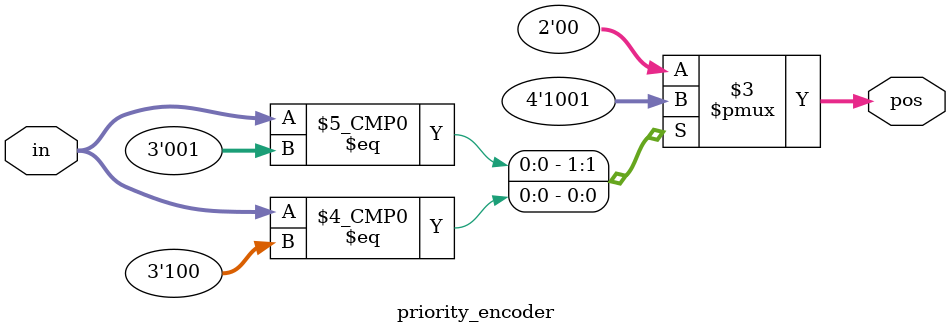
<source format=v>
module priority_encoder( 
input [2:0] in,
output reg [1:0] pos ); 
// When sel=1, assign b to out
always @(in)
	case (in)
		3'b001: pos <= 3'b010;
		3'b010: pos <= 3'b100;
		3'b100: pos <= 3'b001;
		3'b001: pos <= 3'b010;
		default: pos <= 3'b000;
	endcase
endmodule

</source>
